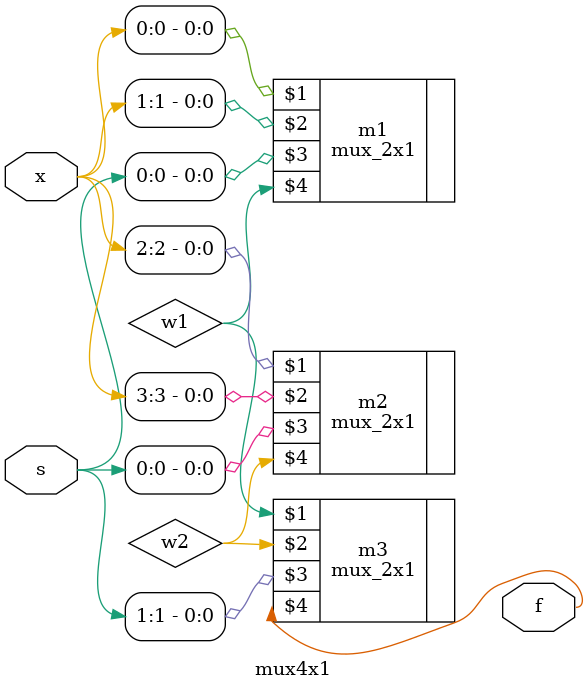
<source format=v>
`timescale 1ns / 1ps

// Author : Venu Pabbuleti 
// ID     : N180116
//Branch  : ECE
//Project : RTL design using Verilog
//Design  : 4x1 MUX Using 2x1 MUX
//Module  : mux4x1
//RGUKT NUZVID 
//////////////////////////////////////////////////////////////////////////////////


module mux4x1(x,s,f);
input [3:0]x;
input [1:0]s;
output f;

wire w1,w2;

mux_2x1 m1(x[0],x[1],s[0],w1);
mux_2x1 m2(x[2],x[3],s[0],w2);
mux_2x1 m3(w1,w2,s[1],f);
endmodule



 
</source>
